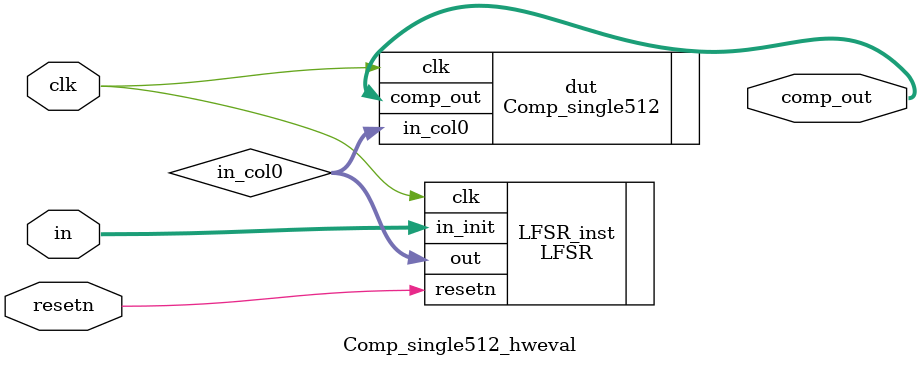
<source format=sv>
`timescale 1ns / 1ps

module Comp_single512_hweval (
    input  logic          clk,
    input  logic          resetn,
    input  logic [15 : 0] in,
    output logic [9  : 0] comp_out
    );


    logic [511 : 0] in_col0;


    LFSR #(.OUT_WIDTH(512))
    LFSR_inst(
        .clk     (clk    ),
        .resetn  (resetn ),
        .in_init (in     ),
        .out     (in_col0));


    Comp_single512 dut (
        .clk     (clk     ),
        .in_col0 (in_col0 ),
        .comp_out(comp_out));

endmodule
</source>
